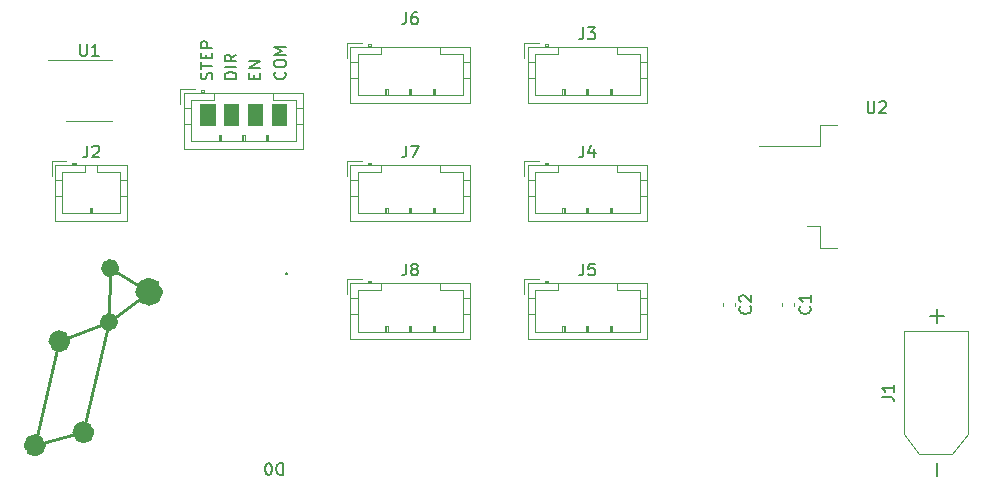
<source format=gbr>
%TF.GenerationSoftware,KiCad,Pcbnew,7.0.7*%
%TF.CreationDate,2024-03-03T00:58:18-08:00*%
%TF.ProjectId,arduino-due-shield,61726475-696e-46f2-9d64-75652d736869,rev?*%
%TF.SameCoordinates,Original*%
%TF.FileFunction,Legend,Top*%
%TF.FilePolarity,Positive*%
%FSLAX46Y46*%
G04 Gerber Fmt 4.6, Leading zero omitted, Abs format (unit mm)*
G04 Created by KiCad (PCBNEW 7.0.7) date 2024-03-03 00:58:18*
%MOMM*%
%LPD*%
G01*
G04 APERTURE LIST*
%ADD10C,0.951510*%
%ADD11C,0.784962*%
%ADD12C,0.250000*%
%ADD13C,0.940245*%
%ADD14C,0.934955*%
%ADD15C,1.182766*%
%ADD16C,0.790067*%
%ADD17C,0.150000*%
%ADD18C,0.120000*%
%ADD19C,0.100000*%
G04 APERTURE END LIST*
D10*
X41705512Y-71934172D02*
G75*
G03*
X41705512Y-71934172I-475755J0D01*
G01*
D11*
X47892481Y-61500000D02*
G75*
G03*
X47892481Y-61500000I-392481J0D01*
G01*
D12*
X41229757Y-71934172D02*
X43303254Y-63115494D01*
D13*
X43773376Y-63115494D02*
G75*
G03*
X43773376Y-63115494I-470122J0D01*
G01*
D12*
X45332465Y-70832033D02*
X47500000Y-61500000D01*
D14*
X45799942Y-70832033D02*
G75*
G03*
X45799942Y-70832033I-467477J0D01*
G01*
D12*
X43303254Y-63115494D02*
X47500000Y-61500000D01*
D15*
X51489210Y-58935791D02*
G75*
G03*
X51489210Y-58935791I-591383J0D01*
G01*
D12*
X50897827Y-58935791D02*
X47500000Y-61500000D01*
X47600556Y-56934172D02*
X50897827Y-58935791D01*
D16*
X47995589Y-56934172D02*
G75*
G03*
X47995589Y-56934172I-395033J0D01*
G01*
D12*
X41229757Y-71934172D02*
X45332465Y-70832033D01*
X47500000Y-61500000D02*
X47600556Y-56934172D01*
D17*
X72666666Y-35268819D02*
X72666666Y-35983104D01*
X72666666Y-35983104D02*
X72619047Y-36125961D01*
X72619047Y-36125961D02*
X72523809Y-36221200D01*
X72523809Y-36221200D02*
X72380952Y-36268819D01*
X72380952Y-36268819D02*
X72285714Y-36268819D01*
X73571428Y-35268819D02*
X73380952Y-35268819D01*
X73380952Y-35268819D02*
X73285714Y-35316438D01*
X73285714Y-35316438D02*
X73238095Y-35364057D01*
X73238095Y-35364057D02*
X73142857Y-35506914D01*
X73142857Y-35506914D02*
X73095238Y-35697390D01*
X73095238Y-35697390D02*
X73095238Y-36078342D01*
X73095238Y-36078342D02*
X73142857Y-36173580D01*
X73142857Y-36173580D02*
X73190476Y-36221200D01*
X73190476Y-36221200D02*
X73285714Y-36268819D01*
X73285714Y-36268819D02*
X73476190Y-36268819D01*
X73476190Y-36268819D02*
X73571428Y-36221200D01*
X73571428Y-36221200D02*
X73619047Y-36173580D01*
X73619047Y-36173580D02*
X73666666Y-36078342D01*
X73666666Y-36078342D02*
X73666666Y-35840247D01*
X73666666Y-35840247D02*
X73619047Y-35745009D01*
X73619047Y-35745009D02*
X73571428Y-35697390D01*
X73571428Y-35697390D02*
X73476190Y-35649771D01*
X73476190Y-35649771D02*
X73285714Y-35649771D01*
X73285714Y-35649771D02*
X73190476Y-35697390D01*
X73190476Y-35697390D02*
X73142857Y-35745009D01*
X73142857Y-35745009D02*
X73095238Y-35840247D01*
X72666666Y-56554819D02*
X72666666Y-57269104D01*
X72666666Y-57269104D02*
X72619047Y-57411961D01*
X72619047Y-57411961D02*
X72523809Y-57507200D01*
X72523809Y-57507200D02*
X72380952Y-57554819D01*
X72380952Y-57554819D02*
X72285714Y-57554819D01*
X73285714Y-56983390D02*
X73190476Y-56935771D01*
X73190476Y-56935771D02*
X73142857Y-56888152D01*
X73142857Y-56888152D02*
X73095238Y-56792914D01*
X73095238Y-56792914D02*
X73095238Y-56745295D01*
X73095238Y-56745295D02*
X73142857Y-56650057D01*
X73142857Y-56650057D02*
X73190476Y-56602438D01*
X73190476Y-56602438D02*
X73285714Y-56554819D01*
X73285714Y-56554819D02*
X73476190Y-56554819D01*
X73476190Y-56554819D02*
X73571428Y-56602438D01*
X73571428Y-56602438D02*
X73619047Y-56650057D01*
X73619047Y-56650057D02*
X73666666Y-56745295D01*
X73666666Y-56745295D02*
X73666666Y-56792914D01*
X73666666Y-56792914D02*
X73619047Y-56888152D01*
X73619047Y-56888152D02*
X73571428Y-56935771D01*
X73571428Y-56935771D02*
X73476190Y-56983390D01*
X73476190Y-56983390D02*
X73285714Y-56983390D01*
X73285714Y-56983390D02*
X73190476Y-57031009D01*
X73190476Y-57031009D02*
X73142857Y-57078628D01*
X73142857Y-57078628D02*
X73095238Y-57173866D01*
X73095238Y-57173866D02*
X73095238Y-57364342D01*
X73095238Y-57364342D02*
X73142857Y-57459580D01*
X73142857Y-57459580D02*
X73190476Y-57507200D01*
X73190476Y-57507200D02*
X73285714Y-57554819D01*
X73285714Y-57554819D02*
X73476190Y-57554819D01*
X73476190Y-57554819D02*
X73571428Y-57507200D01*
X73571428Y-57507200D02*
X73619047Y-57459580D01*
X73619047Y-57459580D02*
X73666666Y-57364342D01*
X73666666Y-57364342D02*
X73666666Y-57173866D01*
X73666666Y-57173866D02*
X73619047Y-57078628D01*
X73619047Y-57078628D02*
X73571428Y-57031009D01*
X73571428Y-57031009D02*
X73476190Y-56983390D01*
X101789580Y-60166666D02*
X101837200Y-60214285D01*
X101837200Y-60214285D02*
X101884819Y-60357142D01*
X101884819Y-60357142D02*
X101884819Y-60452380D01*
X101884819Y-60452380D02*
X101837200Y-60595237D01*
X101837200Y-60595237D02*
X101741961Y-60690475D01*
X101741961Y-60690475D02*
X101646723Y-60738094D01*
X101646723Y-60738094D02*
X101456247Y-60785713D01*
X101456247Y-60785713D02*
X101313390Y-60785713D01*
X101313390Y-60785713D02*
X101122914Y-60738094D01*
X101122914Y-60738094D02*
X101027676Y-60690475D01*
X101027676Y-60690475D02*
X100932438Y-60595237D01*
X100932438Y-60595237D02*
X100884819Y-60452380D01*
X100884819Y-60452380D02*
X100884819Y-60357142D01*
X100884819Y-60357142D02*
X100932438Y-60214285D01*
X100932438Y-60214285D02*
X100980057Y-60166666D01*
X100980057Y-59785713D02*
X100932438Y-59738094D01*
X100932438Y-59738094D02*
X100884819Y-59642856D01*
X100884819Y-59642856D02*
X100884819Y-59404761D01*
X100884819Y-59404761D02*
X100932438Y-59309523D01*
X100932438Y-59309523D02*
X100980057Y-59261904D01*
X100980057Y-59261904D02*
X101075295Y-59214285D01*
X101075295Y-59214285D02*
X101170533Y-59214285D01*
X101170533Y-59214285D02*
X101313390Y-59261904D01*
X101313390Y-59261904D02*
X101884819Y-59833332D01*
X101884819Y-59833332D02*
X101884819Y-59214285D01*
X59798009Y-40896220D02*
X59798009Y-40562887D01*
X60321819Y-40420030D02*
X60321819Y-40896220D01*
X60321819Y-40896220D02*
X59321819Y-40896220D01*
X59321819Y-40896220D02*
X59321819Y-40420030D01*
X60321819Y-39991458D02*
X59321819Y-39991458D01*
X59321819Y-39991458D02*
X60321819Y-39420030D01*
X60321819Y-39420030D02*
X59321819Y-39420030D01*
X62385580Y-40324792D02*
X62433200Y-40372411D01*
X62433200Y-40372411D02*
X62480819Y-40515268D01*
X62480819Y-40515268D02*
X62480819Y-40610506D01*
X62480819Y-40610506D02*
X62433200Y-40753363D01*
X62433200Y-40753363D02*
X62337961Y-40848601D01*
X62337961Y-40848601D02*
X62242723Y-40896220D01*
X62242723Y-40896220D02*
X62052247Y-40943839D01*
X62052247Y-40943839D02*
X61909390Y-40943839D01*
X61909390Y-40943839D02*
X61718914Y-40896220D01*
X61718914Y-40896220D02*
X61623676Y-40848601D01*
X61623676Y-40848601D02*
X61528438Y-40753363D01*
X61528438Y-40753363D02*
X61480819Y-40610506D01*
X61480819Y-40610506D02*
X61480819Y-40515268D01*
X61480819Y-40515268D02*
X61528438Y-40372411D01*
X61528438Y-40372411D02*
X61576057Y-40324792D01*
X61480819Y-39705744D02*
X61480819Y-39515268D01*
X61480819Y-39515268D02*
X61528438Y-39420030D01*
X61528438Y-39420030D02*
X61623676Y-39324792D01*
X61623676Y-39324792D02*
X61814152Y-39277173D01*
X61814152Y-39277173D02*
X62147485Y-39277173D01*
X62147485Y-39277173D02*
X62337961Y-39324792D01*
X62337961Y-39324792D02*
X62433200Y-39420030D01*
X62433200Y-39420030D02*
X62480819Y-39515268D01*
X62480819Y-39515268D02*
X62480819Y-39705744D01*
X62480819Y-39705744D02*
X62433200Y-39800982D01*
X62433200Y-39800982D02*
X62337961Y-39896220D01*
X62337961Y-39896220D02*
X62147485Y-39943839D01*
X62147485Y-39943839D02*
X61814152Y-39943839D01*
X61814152Y-39943839D02*
X61623676Y-39896220D01*
X61623676Y-39896220D02*
X61528438Y-39800982D01*
X61528438Y-39800982D02*
X61480819Y-39705744D01*
X62480819Y-38848601D02*
X61480819Y-38848601D01*
X61480819Y-38848601D02*
X62195104Y-38515268D01*
X62195104Y-38515268D02*
X61480819Y-38181935D01*
X61480819Y-38181935D02*
X62480819Y-38181935D01*
X56210200Y-40943839D02*
X56257819Y-40800982D01*
X56257819Y-40800982D02*
X56257819Y-40562887D01*
X56257819Y-40562887D02*
X56210200Y-40467649D01*
X56210200Y-40467649D02*
X56162580Y-40420030D01*
X56162580Y-40420030D02*
X56067342Y-40372411D01*
X56067342Y-40372411D02*
X55972104Y-40372411D01*
X55972104Y-40372411D02*
X55876866Y-40420030D01*
X55876866Y-40420030D02*
X55829247Y-40467649D01*
X55829247Y-40467649D02*
X55781628Y-40562887D01*
X55781628Y-40562887D02*
X55734009Y-40753363D01*
X55734009Y-40753363D02*
X55686390Y-40848601D01*
X55686390Y-40848601D02*
X55638771Y-40896220D01*
X55638771Y-40896220D02*
X55543533Y-40943839D01*
X55543533Y-40943839D02*
X55448295Y-40943839D01*
X55448295Y-40943839D02*
X55353057Y-40896220D01*
X55353057Y-40896220D02*
X55305438Y-40848601D01*
X55305438Y-40848601D02*
X55257819Y-40753363D01*
X55257819Y-40753363D02*
X55257819Y-40515268D01*
X55257819Y-40515268D02*
X55305438Y-40372411D01*
X55257819Y-40086696D02*
X55257819Y-39515268D01*
X56257819Y-39800982D02*
X55257819Y-39800982D01*
X55734009Y-39181934D02*
X55734009Y-38848601D01*
X56257819Y-38705744D02*
X56257819Y-39181934D01*
X56257819Y-39181934D02*
X55257819Y-39181934D01*
X55257819Y-39181934D02*
X55257819Y-38705744D01*
X56257819Y-38277172D02*
X55257819Y-38277172D01*
X55257819Y-38277172D02*
X55257819Y-37896220D01*
X55257819Y-37896220D02*
X55305438Y-37800982D01*
X55305438Y-37800982D02*
X55353057Y-37753363D01*
X55353057Y-37753363D02*
X55448295Y-37705744D01*
X55448295Y-37705744D02*
X55591152Y-37705744D01*
X55591152Y-37705744D02*
X55686390Y-37753363D01*
X55686390Y-37753363D02*
X55734009Y-37800982D01*
X55734009Y-37800982D02*
X55781628Y-37896220D01*
X55781628Y-37896220D02*
X55781628Y-38277172D01*
X58289819Y-40896220D02*
X57289819Y-40896220D01*
X57289819Y-40896220D02*
X57289819Y-40658125D01*
X57289819Y-40658125D02*
X57337438Y-40515268D01*
X57337438Y-40515268D02*
X57432676Y-40420030D01*
X57432676Y-40420030D02*
X57527914Y-40372411D01*
X57527914Y-40372411D02*
X57718390Y-40324792D01*
X57718390Y-40324792D02*
X57861247Y-40324792D01*
X57861247Y-40324792D02*
X58051723Y-40372411D01*
X58051723Y-40372411D02*
X58146961Y-40420030D01*
X58146961Y-40420030D02*
X58242200Y-40515268D01*
X58242200Y-40515268D02*
X58289819Y-40658125D01*
X58289819Y-40658125D02*
X58289819Y-40896220D01*
X58289819Y-39896220D02*
X57289819Y-39896220D01*
X58289819Y-38848602D02*
X57813628Y-39181935D01*
X58289819Y-39420030D02*
X57289819Y-39420030D01*
X57289819Y-39420030D02*
X57289819Y-39039078D01*
X57289819Y-39039078D02*
X57337438Y-38943840D01*
X57337438Y-38943840D02*
X57385057Y-38896221D01*
X57385057Y-38896221D02*
X57480295Y-38848602D01*
X57480295Y-38848602D02*
X57623152Y-38848602D01*
X57623152Y-38848602D02*
X57718390Y-38896221D01*
X57718390Y-38896221D02*
X57766009Y-38943840D01*
X57766009Y-38943840D02*
X57813628Y-39039078D01*
X57813628Y-39039078D02*
X57813628Y-39420030D01*
X45059695Y-37964819D02*
X45059695Y-38774342D01*
X45059695Y-38774342D02*
X45107314Y-38869580D01*
X45107314Y-38869580D02*
X45154933Y-38917200D01*
X45154933Y-38917200D02*
X45250171Y-38964819D01*
X45250171Y-38964819D02*
X45440647Y-38964819D01*
X45440647Y-38964819D02*
X45535885Y-38917200D01*
X45535885Y-38917200D02*
X45583504Y-38869580D01*
X45583504Y-38869580D02*
X45631123Y-38774342D01*
X45631123Y-38774342D02*
X45631123Y-37964819D01*
X46631123Y-38964819D02*
X46059695Y-38964819D01*
X46345409Y-38964819D02*
X46345409Y-37964819D01*
X46345409Y-37964819D02*
X46250171Y-38107676D01*
X46250171Y-38107676D02*
X46154933Y-38202914D01*
X46154933Y-38202914D02*
X46059695Y-38250533D01*
X87666666Y-56554819D02*
X87666666Y-57269104D01*
X87666666Y-57269104D02*
X87619047Y-57411961D01*
X87619047Y-57411961D02*
X87523809Y-57507200D01*
X87523809Y-57507200D02*
X87380952Y-57554819D01*
X87380952Y-57554819D02*
X87285714Y-57554819D01*
X88619047Y-56554819D02*
X88142857Y-56554819D01*
X88142857Y-56554819D02*
X88095238Y-57031009D01*
X88095238Y-57031009D02*
X88142857Y-56983390D01*
X88142857Y-56983390D02*
X88238095Y-56935771D01*
X88238095Y-56935771D02*
X88476190Y-56935771D01*
X88476190Y-56935771D02*
X88571428Y-56983390D01*
X88571428Y-56983390D02*
X88619047Y-57031009D01*
X88619047Y-57031009D02*
X88666666Y-57126247D01*
X88666666Y-57126247D02*
X88666666Y-57364342D01*
X88666666Y-57364342D02*
X88619047Y-57459580D01*
X88619047Y-57459580D02*
X88571428Y-57507200D01*
X88571428Y-57507200D02*
X88476190Y-57554819D01*
X88476190Y-57554819D02*
X88238095Y-57554819D01*
X88238095Y-57554819D02*
X88142857Y-57507200D01*
X88142857Y-57507200D02*
X88095238Y-57459580D01*
X62516000Y-57363580D02*
X62563619Y-57411200D01*
X62563619Y-57411200D02*
X62516000Y-57458819D01*
X62516000Y-57458819D02*
X62468381Y-57411200D01*
X62468381Y-57411200D02*
X62516000Y-57363580D01*
X62516000Y-57363580D02*
X62516000Y-57458819D01*
X62238094Y-73440180D02*
X62238094Y-74440180D01*
X62238094Y-74440180D02*
X61999999Y-74440180D01*
X61999999Y-74440180D02*
X61857142Y-74392561D01*
X61857142Y-74392561D02*
X61761904Y-74297323D01*
X61761904Y-74297323D02*
X61714285Y-74202085D01*
X61714285Y-74202085D02*
X61666666Y-74011609D01*
X61666666Y-74011609D02*
X61666666Y-73868752D01*
X61666666Y-73868752D02*
X61714285Y-73678276D01*
X61714285Y-73678276D02*
X61761904Y-73583038D01*
X61761904Y-73583038D02*
X61857142Y-73487800D01*
X61857142Y-73487800D02*
X61999999Y-73440180D01*
X61999999Y-73440180D02*
X62238094Y-73440180D01*
X61047618Y-74440180D02*
X60952380Y-74440180D01*
X60952380Y-74440180D02*
X60857142Y-74392561D01*
X60857142Y-74392561D02*
X60809523Y-74344942D01*
X60809523Y-74344942D02*
X60761904Y-74249704D01*
X60761904Y-74249704D02*
X60714285Y-74059228D01*
X60714285Y-74059228D02*
X60714285Y-73821133D01*
X60714285Y-73821133D02*
X60761904Y-73630657D01*
X60761904Y-73630657D02*
X60809523Y-73535419D01*
X60809523Y-73535419D02*
X60857142Y-73487800D01*
X60857142Y-73487800D02*
X60952380Y-73440180D01*
X60952380Y-73440180D02*
X61047618Y-73440180D01*
X61047618Y-73440180D02*
X61142856Y-73487800D01*
X61142856Y-73487800D02*
X61190475Y-73535419D01*
X61190475Y-73535419D02*
X61238094Y-73630657D01*
X61238094Y-73630657D02*
X61285713Y-73821133D01*
X61285713Y-73821133D02*
X61285713Y-74059228D01*
X61285713Y-74059228D02*
X61238094Y-74249704D01*
X61238094Y-74249704D02*
X61190475Y-74344942D01*
X61190475Y-74344942D02*
X61142856Y-74392561D01*
X61142856Y-74392561D02*
X61047618Y-74440180D01*
X112954819Y-67833333D02*
X113669104Y-67833333D01*
X113669104Y-67833333D02*
X113811961Y-67880952D01*
X113811961Y-67880952D02*
X113907200Y-67976190D01*
X113907200Y-67976190D02*
X113954819Y-68119047D01*
X113954819Y-68119047D02*
X113954819Y-68214285D01*
X113954819Y-66833333D02*
X113954819Y-67404761D01*
X113954819Y-67119047D02*
X112954819Y-67119047D01*
X112954819Y-67119047D02*
X113097676Y-67214285D01*
X113097676Y-67214285D02*
X113192914Y-67309523D01*
X113192914Y-67309523D02*
X113240533Y-67404761D01*
X117614700Y-61571428D02*
X117614700Y-60428571D01*
X118186128Y-60999999D02*
X117043271Y-60999999D01*
X117614700Y-74571428D02*
X117614700Y-73428571D01*
X45666666Y-46554819D02*
X45666666Y-47269104D01*
X45666666Y-47269104D02*
X45619047Y-47411961D01*
X45619047Y-47411961D02*
X45523809Y-47507200D01*
X45523809Y-47507200D02*
X45380952Y-47554819D01*
X45380952Y-47554819D02*
X45285714Y-47554819D01*
X46095238Y-46650057D02*
X46142857Y-46602438D01*
X46142857Y-46602438D02*
X46238095Y-46554819D01*
X46238095Y-46554819D02*
X46476190Y-46554819D01*
X46476190Y-46554819D02*
X46571428Y-46602438D01*
X46571428Y-46602438D02*
X46619047Y-46650057D01*
X46619047Y-46650057D02*
X46666666Y-46745295D01*
X46666666Y-46745295D02*
X46666666Y-46840533D01*
X46666666Y-46840533D02*
X46619047Y-46983390D01*
X46619047Y-46983390D02*
X46047619Y-47554819D01*
X46047619Y-47554819D02*
X46666666Y-47554819D01*
X111738095Y-42804819D02*
X111738095Y-43614342D01*
X111738095Y-43614342D02*
X111785714Y-43709580D01*
X111785714Y-43709580D02*
X111833333Y-43757200D01*
X111833333Y-43757200D02*
X111928571Y-43804819D01*
X111928571Y-43804819D02*
X112119047Y-43804819D01*
X112119047Y-43804819D02*
X112214285Y-43757200D01*
X112214285Y-43757200D02*
X112261904Y-43709580D01*
X112261904Y-43709580D02*
X112309523Y-43614342D01*
X112309523Y-43614342D02*
X112309523Y-42804819D01*
X112738095Y-42900057D02*
X112785714Y-42852438D01*
X112785714Y-42852438D02*
X112880952Y-42804819D01*
X112880952Y-42804819D02*
X113119047Y-42804819D01*
X113119047Y-42804819D02*
X113214285Y-42852438D01*
X113214285Y-42852438D02*
X113261904Y-42900057D01*
X113261904Y-42900057D02*
X113309523Y-42995295D01*
X113309523Y-42995295D02*
X113309523Y-43090533D01*
X113309523Y-43090533D02*
X113261904Y-43233390D01*
X113261904Y-43233390D02*
X112690476Y-43804819D01*
X112690476Y-43804819D02*
X113309523Y-43804819D01*
X72666666Y-46554819D02*
X72666666Y-47269104D01*
X72666666Y-47269104D02*
X72619047Y-47411961D01*
X72619047Y-47411961D02*
X72523809Y-47507200D01*
X72523809Y-47507200D02*
X72380952Y-47554819D01*
X72380952Y-47554819D02*
X72285714Y-47554819D01*
X73047619Y-46554819D02*
X73714285Y-46554819D01*
X73714285Y-46554819D02*
X73285714Y-47554819D01*
X87666666Y-36554819D02*
X87666666Y-37269104D01*
X87666666Y-37269104D02*
X87619047Y-37411961D01*
X87619047Y-37411961D02*
X87523809Y-37507200D01*
X87523809Y-37507200D02*
X87380952Y-37554819D01*
X87380952Y-37554819D02*
X87285714Y-37554819D01*
X88047619Y-36554819D02*
X88666666Y-36554819D01*
X88666666Y-36554819D02*
X88333333Y-36935771D01*
X88333333Y-36935771D02*
X88476190Y-36935771D01*
X88476190Y-36935771D02*
X88571428Y-36983390D01*
X88571428Y-36983390D02*
X88619047Y-37031009D01*
X88619047Y-37031009D02*
X88666666Y-37126247D01*
X88666666Y-37126247D02*
X88666666Y-37364342D01*
X88666666Y-37364342D02*
X88619047Y-37459580D01*
X88619047Y-37459580D02*
X88571428Y-37507200D01*
X88571428Y-37507200D02*
X88476190Y-37554819D01*
X88476190Y-37554819D02*
X88190476Y-37554819D01*
X88190476Y-37554819D02*
X88095238Y-37507200D01*
X88095238Y-37507200D02*
X88047619Y-37459580D01*
X106849580Y-60166666D02*
X106897200Y-60214285D01*
X106897200Y-60214285D02*
X106944819Y-60357142D01*
X106944819Y-60357142D02*
X106944819Y-60452380D01*
X106944819Y-60452380D02*
X106897200Y-60595237D01*
X106897200Y-60595237D02*
X106801961Y-60690475D01*
X106801961Y-60690475D02*
X106706723Y-60738094D01*
X106706723Y-60738094D02*
X106516247Y-60785713D01*
X106516247Y-60785713D02*
X106373390Y-60785713D01*
X106373390Y-60785713D02*
X106182914Y-60738094D01*
X106182914Y-60738094D02*
X106087676Y-60690475D01*
X106087676Y-60690475D02*
X105992438Y-60595237D01*
X105992438Y-60595237D02*
X105944819Y-60452380D01*
X105944819Y-60452380D02*
X105944819Y-60357142D01*
X105944819Y-60357142D02*
X105992438Y-60214285D01*
X105992438Y-60214285D02*
X106040057Y-60166666D01*
X106944819Y-59214285D02*
X106944819Y-59785713D01*
X106944819Y-59499999D02*
X105944819Y-59499999D01*
X105944819Y-59499999D02*
X106087676Y-59595237D01*
X106087676Y-59595237D02*
X106182914Y-59690475D01*
X106182914Y-59690475D02*
X106230533Y-59785713D01*
X87666666Y-46554819D02*
X87666666Y-47269104D01*
X87666666Y-47269104D02*
X87619047Y-47411961D01*
X87619047Y-47411961D02*
X87523809Y-47507200D01*
X87523809Y-47507200D02*
X87380952Y-47554819D01*
X87380952Y-47554819D02*
X87285714Y-47554819D01*
X88571428Y-46888152D02*
X88571428Y-47554819D01*
X88333333Y-46507200D02*
X88095238Y-47221485D01*
X88095238Y-47221485D02*
X88714285Y-47221485D01*
D18*
%TO.C,J6*%
X67640000Y-37890000D02*
X67640000Y-39140000D01*
X67940000Y-38190000D02*
X67940000Y-42910000D01*
X67940000Y-39500000D02*
X68550000Y-39500000D01*
X67940000Y-40800000D02*
X68550000Y-40800000D01*
X67940000Y-42910000D02*
X78060000Y-42910000D01*
X68550000Y-38800000D02*
X68550000Y-42300000D01*
X68550000Y-42300000D02*
X77450000Y-42300000D01*
X68890000Y-37890000D02*
X67640000Y-37890000D01*
X69400000Y-37990000D02*
X69400000Y-38190000D01*
X69700000Y-37990000D02*
X69400000Y-37990000D01*
X69700000Y-38090000D02*
X69400000Y-38090000D01*
X69700000Y-38190000D02*
X69700000Y-37990000D01*
X70500000Y-38190000D02*
X70500000Y-38800000D01*
X70500000Y-38800000D02*
X68550000Y-38800000D01*
X70900000Y-41800000D02*
X71100000Y-41800000D01*
X70900000Y-42300000D02*
X70900000Y-41800000D01*
X71000000Y-42300000D02*
X71000000Y-41800000D01*
X71100000Y-41800000D02*
X71100000Y-42300000D01*
X72900000Y-41800000D02*
X73100000Y-41800000D01*
X72900000Y-42300000D02*
X72900000Y-41800000D01*
X73000000Y-42300000D02*
X73000000Y-41800000D01*
X73100000Y-41800000D02*
X73100000Y-42300000D01*
X74900000Y-41800000D02*
X75100000Y-41800000D01*
X74900000Y-42300000D02*
X74900000Y-41800000D01*
X75000000Y-42300000D02*
X75000000Y-41800000D01*
X75100000Y-41800000D02*
X75100000Y-42300000D01*
X75500000Y-38800000D02*
X75500000Y-38190000D01*
X77450000Y-38800000D02*
X75500000Y-38800000D01*
X77450000Y-42300000D02*
X77450000Y-38800000D01*
X78060000Y-38190000D02*
X67940000Y-38190000D01*
X78060000Y-39500000D02*
X77450000Y-39500000D01*
X78060000Y-40800000D02*
X77450000Y-40800000D01*
X78060000Y-42910000D02*
X78060000Y-38190000D01*
%TO.C,J8*%
X67640000Y-57890000D02*
X67640000Y-59140000D01*
X67940000Y-58190000D02*
X67940000Y-62910000D01*
X67940000Y-59500000D02*
X68550000Y-59500000D01*
X67940000Y-60800000D02*
X68550000Y-60800000D01*
X67940000Y-62910000D02*
X78060000Y-62910000D01*
X68550000Y-58800000D02*
X68550000Y-62300000D01*
X68550000Y-62300000D02*
X77450000Y-62300000D01*
X68890000Y-57890000D02*
X67640000Y-57890000D01*
X69400000Y-57990000D02*
X69400000Y-58190000D01*
X69700000Y-57990000D02*
X69400000Y-57990000D01*
X69700000Y-58090000D02*
X69400000Y-58090000D01*
X69700000Y-58190000D02*
X69700000Y-57990000D01*
X70500000Y-58190000D02*
X70500000Y-58800000D01*
X70500000Y-58800000D02*
X68550000Y-58800000D01*
X70900000Y-61800000D02*
X71100000Y-61800000D01*
X70900000Y-62300000D02*
X70900000Y-61800000D01*
X71000000Y-62300000D02*
X71000000Y-61800000D01*
X71100000Y-61800000D02*
X71100000Y-62300000D01*
X72900000Y-61800000D02*
X73100000Y-61800000D01*
X72900000Y-62300000D02*
X72900000Y-61800000D01*
X73000000Y-62300000D02*
X73000000Y-61800000D01*
X73100000Y-61800000D02*
X73100000Y-62300000D01*
X74900000Y-61800000D02*
X75100000Y-61800000D01*
X74900000Y-62300000D02*
X74900000Y-61800000D01*
X75000000Y-62300000D02*
X75000000Y-61800000D01*
X75100000Y-61800000D02*
X75100000Y-62300000D01*
X75500000Y-58800000D02*
X75500000Y-58190000D01*
X77450000Y-58800000D02*
X75500000Y-58800000D01*
X77450000Y-62300000D02*
X77450000Y-58800000D01*
X78060000Y-58190000D02*
X67940000Y-58190000D01*
X78060000Y-59500000D02*
X77450000Y-59500000D01*
X78060000Y-60800000D02*
X77450000Y-60800000D01*
X78060000Y-62910000D02*
X78060000Y-58190000D01*
%TO.C,C2*%
X100510000Y-59853733D02*
X100510000Y-60146267D01*
X99490000Y-59853733D02*
X99490000Y-60146267D01*
%TO.C,*%
X53520000Y-41790000D02*
X53520000Y-43040000D01*
X53820000Y-42090000D02*
X53820000Y-46810000D01*
X53820000Y-43400000D02*
X54430000Y-43400000D01*
X53820000Y-44700000D02*
X54430000Y-44700000D01*
X53820000Y-46810000D02*
X63940000Y-46810000D01*
X54430000Y-42700000D02*
X54430000Y-46200000D01*
X54430000Y-46200000D02*
X63330000Y-46200000D01*
X54770000Y-41790000D02*
X53520000Y-41790000D01*
X55280000Y-41890000D02*
X55280000Y-42090000D01*
X55580000Y-41890000D02*
X55280000Y-41890000D01*
X55580000Y-41990000D02*
X55280000Y-41990000D01*
X55580000Y-42090000D02*
X55580000Y-41890000D01*
X56380000Y-42090000D02*
X56380000Y-42700000D01*
X56380000Y-42700000D02*
X54430000Y-42700000D01*
X56780000Y-45700000D02*
X56980000Y-45700000D01*
X56780000Y-46200000D02*
X56780000Y-45700000D01*
X56880000Y-46200000D02*
X56880000Y-45700000D01*
X56980000Y-45700000D02*
X56980000Y-46200000D01*
X58780000Y-45700000D02*
X58980000Y-45700000D01*
X58780000Y-46200000D02*
X58780000Y-45700000D01*
X58880000Y-46200000D02*
X58880000Y-45700000D01*
X58980000Y-45700000D02*
X58980000Y-46200000D01*
X60780000Y-45700000D02*
X60980000Y-45700000D01*
X60780000Y-46200000D02*
X60780000Y-45700000D01*
X60880000Y-46200000D02*
X60880000Y-45700000D01*
X60980000Y-45700000D02*
X60980000Y-46200000D01*
X61380000Y-42700000D02*
X61380000Y-42090000D01*
X63330000Y-42700000D02*
X61380000Y-42700000D01*
X63330000Y-46200000D02*
X63330000Y-42700000D01*
X63940000Y-42090000D02*
X53820000Y-42090000D01*
X63940000Y-43400000D02*
X63330000Y-43400000D01*
X63940000Y-44700000D02*
X63330000Y-44700000D01*
X63940000Y-46810000D02*
X63940000Y-42090000D01*
D19*
X55245000Y-43011000D02*
X56515000Y-43011000D01*
X56515000Y-43011000D02*
X56515000Y-44789000D01*
X56515000Y-44789000D02*
X55245000Y-44789000D01*
X55245000Y-44789000D02*
X55245000Y-43011000D01*
G36*
X55245000Y-43011000D02*
G01*
X56515000Y-43011000D01*
X56515000Y-44789000D01*
X55245000Y-44789000D01*
X55245000Y-43011000D01*
G37*
X57277000Y-43011000D02*
X58420000Y-43011000D01*
X58420000Y-43011000D02*
X58420000Y-44789000D01*
X58420000Y-44789000D02*
X57277000Y-44789000D01*
X57277000Y-44789000D02*
X57277000Y-43011000D01*
G36*
X57277000Y-43011000D02*
G01*
X58420000Y-43011000D01*
X58420000Y-44789000D01*
X57277000Y-44789000D01*
X57277000Y-43011000D01*
G37*
X59309000Y-43011000D02*
X60452000Y-43011000D01*
X60452000Y-43011000D02*
X60452000Y-44789000D01*
X60452000Y-44789000D02*
X59309000Y-44789000D01*
X59309000Y-44789000D02*
X59309000Y-43011000D01*
G36*
X59309000Y-43011000D02*
G01*
X60452000Y-43011000D01*
X60452000Y-44789000D01*
X59309000Y-44789000D01*
X59309000Y-43011000D01*
G37*
X61341000Y-43011000D02*
X62484000Y-43011000D01*
X62484000Y-43011000D02*
X62484000Y-44789000D01*
X62484000Y-44789000D02*
X61341000Y-44789000D01*
X61341000Y-44789000D02*
X61341000Y-43011000D01*
G36*
X61341000Y-43011000D02*
G01*
X62484000Y-43011000D01*
X62484000Y-44789000D01*
X61341000Y-44789000D01*
X61341000Y-43011000D01*
G37*
D18*
%TO.C,U1*%
X45821600Y-39350000D02*
X42371600Y-39350000D01*
X45821600Y-39350000D02*
X47771600Y-39350000D01*
X45821600Y-44470000D02*
X43871600Y-44470000D01*
X45821600Y-44470000D02*
X47771600Y-44470000D01*
%TO.C,J5*%
X82640000Y-57890000D02*
X82640000Y-59140000D01*
X82940000Y-58190000D02*
X82940000Y-62910000D01*
X82940000Y-59500000D02*
X83550000Y-59500000D01*
X82940000Y-60800000D02*
X83550000Y-60800000D01*
X82940000Y-62910000D02*
X93060000Y-62910000D01*
X83550000Y-58800000D02*
X83550000Y-62300000D01*
X83550000Y-62300000D02*
X92450000Y-62300000D01*
X83890000Y-57890000D02*
X82640000Y-57890000D01*
X84400000Y-57990000D02*
X84400000Y-58190000D01*
X84700000Y-57990000D02*
X84400000Y-57990000D01*
X84700000Y-58090000D02*
X84400000Y-58090000D01*
X84700000Y-58190000D02*
X84700000Y-57990000D01*
X85500000Y-58190000D02*
X85500000Y-58800000D01*
X85500000Y-58800000D02*
X83550000Y-58800000D01*
X85900000Y-61800000D02*
X86100000Y-61800000D01*
X85900000Y-62300000D02*
X85900000Y-61800000D01*
X86000000Y-62300000D02*
X86000000Y-61800000D01*
X86100000Y-61800000D02*
X86100000Y-62300000D01*
X87900000Y-61800000D02*
X88100000Y-61800000D01*
X87900000Y-62300000D02*
X87900000Y-61800000D01*
X88000000Y-62300000D02*
X88000000Y-61800000D01*
X88100000Y-61800000D02*
X88100000Y-62300000D01*
X89900000Y-61800000D02*
X90100000Y-61800000D01*
X89900000Y-62300000D02*
X89900000Y-61800000D01*
X90000000Y-62300000D02*
X90000000Y-61800000D01*
X90100000Y-61800000D02*
X90100000Y-62300000D01*
X90500000Y-58800000D02*
X90500000Y-58190000D01*
X92450000Y-58800000D02*
X90500000Y-58800000D01*
X92450000Y-62300000D02*
X92450000Y-58800000D01*
X93060000Y-58190000D02*
X82940000Y-58190000D01*
X93060000Y-59500000D02*
X92450000Y-59500000D01*
X93060000Y-60800000D02*
X92450000Y-60800000D01*
X93060000Y-62910000D02*
X93060000Y-58190000D01*
%TO.C,J1*%
X116090000Y-72710000D02*
X118910000Y-72710000D01*
X116090000Y-72710000D02*
X114790000Y-71010000D01*
X118910000Y-72710000D02*
X120210000Y-71010000D01*
X114790000Y-71010000D02*
X114790000Y-62290000D01*
X120210000Y-71010000D02*
X120210000Y-62290000D01*
X114790000Y-62290000D02*
X120210000Y-62290000D01*
%TO.C,J2*%
X42640000Y-47890000D02*
X42640000Y-49140000D01*
X42940000Y-48190000D02*
X42940000Y-52910000D01*
X42940000Y-49500000D02*
X43550000Y-49500000D01*
X42940000Y-50800000D02*
X43550000Y-50800000D01*
X42940000Y-52910000D02*
X49060000Y-52910000D01*
X43550000Y-48800000D02*
X43550000Y-52300000D01*
X43550000Y-52300000D02*
X48450000Y-52300000D01*
X43890000Y-47890000D02*
X42640000Y-47890000D01*
X44400000Y-47990000D02*
X44400000Y-48190000D01*
X44700000Y-47990000D02*
X44400000Y-47990000D01*
X44700000Y-48090000D02*
X44400000Y-48090000D01*
X44700000Y-48190000D02*
X44700000Y-47990000D01*
X45500000Y-48190000D02*
X45500000Y-48800000D01*
X45500000Y-48800000D02*
X43550000Y-48800000D01*
X45900000Y-51800000D02*
X46100000Y-51800000D01*
X45900000Y-52300000D02*
X45900000Y-51800000D01*
X46000000Y-52300000D02*
X46000000Y-51800000D01*
X46100000Y-51800000D02*
X46100000Y-52300000D01*
X46500000Y-48800000D02*
X46500000Y-48190000D01*
X48450000Y-48800000D02*
X46500000Y-48800000D01*
X48450000Y-52300000D02*
X48450000Y-48800000D01*
X49060000Y-48190000D02*
X42940000Y-48190000D01*
X49060000Y-49500000D02*
X48450000Y-49500000D01*
X49060000Y-50800000D02*
X48450000Y-50800000D01*
X49060000Y-52910000D02*
X49060000Y-48190000D01*
%TO.C,U2*%
X107675000Y-44800000D02*
X107675000Y-46610000D01*
X107675000Y-46610000D02*
X102550000Y-46610000D01*
X107675000Y-53390000D02*
X106575000Y-53390000D01*
X107675000Y-55200000D02*
X107675000Y-53390000D01*
X109175000Y-44800000D02*
X107675000Y-44800000D01*
X109175000Y-55200000D02*
X107675000Y-55200000D01*
%TO.C,J7*%
X67640000Y-47890000D02*
X67640000Y-49140000D01*
X67940000Y-48190000D02*
X67940000Y-52910000D01*
X67940000Y-49500000D02*
X68550000Y-49500000D01*
X67940000Y-50800000D02*
X68550000Y-50800000D01*
X67940000Y-52910000D02*
X78060000Y-52910000D01*
X68550000Y-48800000D02*
X68550000Y-52300000D01*
X68550000Y-52300000D02*
X77450000Y-52300000D01*
X68890000Y-47890000D02*
X67640000Y-47890000D01*
X69400000Y-47990000D02*
X69400000Y-48190000D01*
X69700000Y-47990000D02*
X69400000Y-47990000D01*
X69700000Y-48090000D02*
X69400000Y-48090000D01*
X69700000Y-48190000D02*
X69700000Y-47990000D01*
X70500000Y-48190000D02*
X70500000Y-48800000D01*
X70500000Y-48800000D02*
X68550000Y-48800000D01*
X70900000Y-51800000D02*
X71100000Y-51800000D01*
X70900000Y-52300000D02*
X70900000Y-51800000D01*
X71000000Y-52300000D02*
X71000000Y-51800000D01*
X71100000Y-51800000D02*
X71100000Y-52300000D01*
X72900000Y-51800000D02*
X73100000Y-51800000D01*
X72900000Y-52300000D02*
X72900000Y-51800000D01*
X73000000Y-52300000D02*
X73000000Y-51800000D01*
X73100000Y-51800000D02*
X73100000Y-52300000D01*
X74900000Y-51800000D02*
X75100000Y-51800000D01*
X74900000Y-52300000D02*
X74900000Y-51800000D01*
X75000000Y-52300000D02*
X75000000Y-51800000D01*
X75100000Y-51800000D02*
X75100000Y-52300000D01*
X75500000Y-48800000D02*
X75500000Y-48190000D01*
X77450000Y-48800000D02*
X75500000Y-48800000D01*
X77450000Y-52300000D02*
X77450000Y-48800000D01*
X78060000Y-48190000D02*
X67940000Y-48190000D01*
X78060000Y-49500000D02*
X77450000Y-49500000D01*
X78060000Y-50800000D02*
X77450000Y-50800000D01*
X78060000Y-52910000D02*
X78060000Y-48190000D01*
%TO.C,J3*%
X82640000Y-37890000D02*
X82640000Y-39140000D01*
X82940000Y-38190000D02*
X82940000Y-42910000D01*
X82940000Y-39500000D02*
X83550000Y-39500000D01*
X82940000Y-40800000D02*
X83550000Y-40800000D01*
X82940000Y-42910000D02*
X93060000Y-42910000D01*
X83550000Y-38800000D02*
X83550000Y-42300000D01*
X83550000Y-42300000D02*
X92450000Y-42300000D01*
X83890000Y-37890000D02*
X82640000Y-37890000D01*
X84400000Y-37990000D02*
X84400000Y-38190000D01*
X84700000Y-37990000D02*
X84400000Y-37990000D01*
X84700000Y-38090000D02*
X84400000Y-38090000D01*
X84700000Y-38190000D02*
X84700000Y-37990000D01*
X85500000Y-38190000D02*
X85500000Y-38800000D01*
X85500000Y-38800000D02*
X83550000Y-38800000D01*
X85900000Y-41800000D02*
X86100000Y-41800000D01*
X85900000Y-42300000D02*
X85900000Y-41800000D01*
X86000000Y-42300000D02*
X86000000Y-41800000D01*
X86100000Y-41800000D02*
X86100000Y-42300000D01*
X87900000Y-41800000D02*
X88100000Y-41800000D01*
X87900000Y-42300000D02*
X87900000Y-41800000D01*
X88000000Y-42300000D02*
X88000000Y-41800000D01*
X88100000Y-41800000D02*
X88100000Y-42300000D01*
X89900000Y-41800000D02*
X90100000Y-41800000D01*
X89900000Y-42300000D02*
X89900000Y-41800000D01*
X90000000Y-42300000D02*
X90000000Y-41800000D01*
X90100000Y-41800000D02*
X90100000Y-42300000D01*
X90500000Y-38800000D02*
X90500000Y-38190000D01*
X92450000Y-38800000D02*
X90500000Y-38800000D01*
X92450000Y-42300000D02*
X92450000Y-38800000D01*
X93060000Y-38190000D02*
X82940000Y-38190000D01*
X93060000Y-39500000D02*
X92450000Y-39500000D01*
X93060000Y-40800000D02*
X92450000Y-40800000D01*
X93060000Y-42910000D02*
X93060000Y-38190000D01*
%TO.C,C1*%
X104490000Y-60146267D02*
X104490000Y-59853733D01*
X105510000Y-60146267D02*
X105510000Y-59853733D01*
%TO.C,J4*%
X82640000Y-47890000D02*
X82640000Y-49140000D01*
X82940000Y-48190000D02*
X82940000Y-52910000D01*
X82940000Y-49500000D02*
X83550000Y-49500000D01*
X82940000Y-50800000D02*
X83550000Y-50800000D01*
X82940000Y-52910000D02*
X93060000Y-52910000D01*
X83550000Y-48800000D02*
X83550000Y-52300000D01*
X83550000Y-52300000D02*
X92450000Y-52300000D01*
X83890000Y-47890000D02*
X82640000Y-47890000D01*
X84400000Y-47990000D02*
X84400000Y-48190000D01*
X84700000Y-47990000D02*
X84400000Y-47990000D01*
X84700000Y-48090000D02*
X84400000Y-48090000D01*
X84700000Y-48190000D02*
X84700000Y-47990000D01*
X85500000Y-48190000D02*
X85500000Y-48800000D01*
X85500000Y-48800000D02*
X83550000Y-48800000D01*
X85900000Y-51800000D02*
X86100000Y-51800000D01*
X85900000Y-52300000D02*
X85900000Y-51800000D01*
X86000000Y-52300000D02*
X86000000Y-51800000D01*
X86100000Y-51800000D02*
X86100000Y-52300000D01*
X87900000Y-51800000D02*
X88100000Y-51800000D01*
X87900000Y-52300000D02*
X87900000Y-51800000D01*
X88000000Y-52300000D02*
X88000000Y-51800000D01*
X88100000Y-51800000D02*
X88100000Y-52300000D01*
X89900000Y-51800000D02*
X90100000Y-51800000D01*
X89900000Y-52300000D02*
X89900000Y-51800000D01*
X90000000Y-52300000D02*
X90000000Y-51800000D01*
X90100000Y-51800000D02*
X90100000Y-52300000D01*
X90500000Y-48800000D02*
X90500000Y-48190000D01*
X92450000Y-48800000D02*
X90500000Y-48800000D01*
X92450000Y-52300000D02*
X92450000Y-48800000D01*
X93060000Y-48190000D02*
X82940000Y-48190000D01*
X93060000Y-49500000D02*
X92450000Y-49500000D01*
X93060000Y-50800000D02*
X92450000Y-50800000D01*
X93060000Y-52910000D02*
X93060000Y-48190000D01*
%TD*%
M02*

</source>
